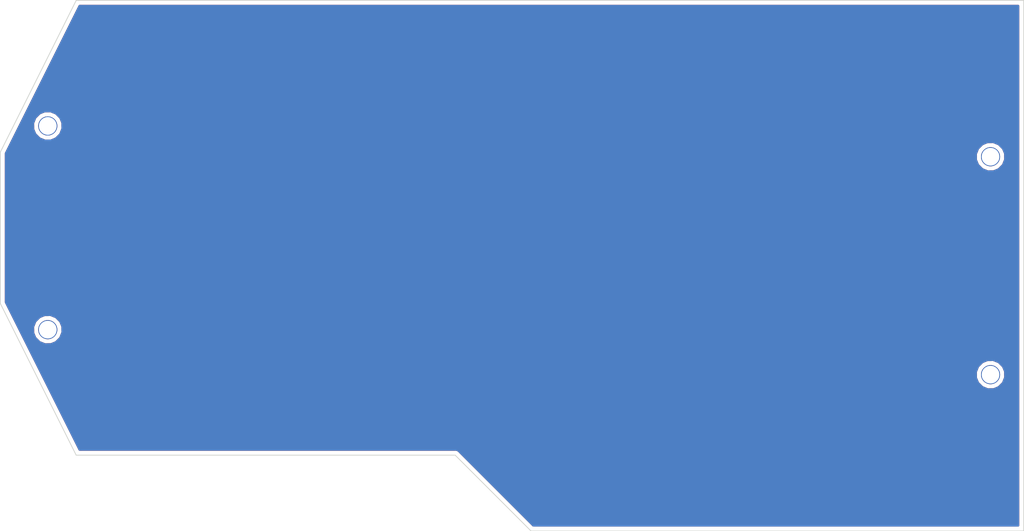
<source format=kicad_pcb>
(kicad_pcb (version 20171130) (host pcbnew "(5.0.1-3-g963ef8bb5)")

  (general
    (thickness 1.6)
    (drawings 8)
    (tracks 0)
    (zones 0)
    (modules 4)
    (nets 1)
  )

  (page A4)
  (layers
    (0 F.Cu signal)
    (31 B.Cu signal)
    (32 B.Adhes user)
    (33 F.Adhes user)
    (34 B.Paste user)
    (35 F.Paste user)
    (36 B.SilkS user)
    (37 F.SilkS user)
    (38 B.Mask user)
    (39 F.Mask user)
    (40 Dwgs.User user)
    (41 Cmts.User user)
    (42 Eco1.User user)
    (43 Eco2.User user)
    (44 Edge.Cuts user)
    (45 Margin user)
    (46 B.CrtYd user)
    (47 F.CrtYd user)
    (48 B.Fab user)
    (49 F.Fab user)
  )

  (setup
    (last_trace_width 0.25)
    (user_trace_width 0.5)
    (trace_clearance 0.2)
    (zone_clearance 0.508)
    (zone_45_only no)
    (trace_min 0.2)
    (segment_width 0.12)
    (edge_width 0.1)
    (via_size 0.8)
    (via_drill 0.4)
    (via_min_size 0.4)
    (via_min_drill 0.3)
    (uvia_size 0.3)
    (uvia_drill 0.1)
    (uvias_allowed no)
    (uvia_min_size 0.2)
    (uvia_min_drill 0.1)
    (pcb_text_width 0.3)
    (pcb_text_size 1.5 1.5)
    (mod_edge_width 0.15)
    (mod_text_size 1 1)
    (mod_text_width 0.15)
    (pad_size 4 4)
    (pad_drill 4)
    (pad_to_mask_clearance 0)
    (solder_mask_min_width 0.25)
    (aux_axis_origin 0 0)
    (grid_origin 83.2568 58.577)
    (visible_elements FFFFFF7F)
    (pcbplotparams
      (layerselection 0x010f0_ffffffff)
      (usegerberextensions false)
      (usegerberattributes false)
      (usegerberadvancedattributes false)
      (creategerberjobfile false)
      (excludeedgelayer true)
      (linewidth 0.100000)
      (plotframeref false)
      (viasonmask false)
      (mode 1)
      (useauxorigin false)
      (hpglpennumber 1)
      (hpglpenspeed 20)
      (hpglpendiameter 15.000000)
      (psnegative false)
      (psa4output false)
      (plotreference true)
      (plotvalue true)
      (plotinvisibletext false)
      (padsonsilk false)
      (subtractmaskfromsilk false)
      (outputformat 1)
      (mirror false)
      (drillshape 0)
      (scaleselection 1)
      (outputdirectory ""))
  )

  (net 0 "")

  (net_class Default "これはデフォルトのネット クラスです。"
    (clearance 0.2)
    (trace_width 0.25)
    (via_dia 0.8)
    (via_drill 0.4)
    (uvia_dia 0.3)
    (uvia_drill 0.1)
  )

  (module phi-kbd-library:M2_SCREW_HOLE (layer B.Cu) (tedit 5D0CEF27) (tstamp 5D0C78A7)
    (at 74.922376 64.827818)
    (descr "Mounting Hole 2.2mm, no annular, M2")
    (tags "mounting hole 2.2mm no annular m2")
    (attr virtual)
    (fp_text reference Ref** (at 0 3.2) (layer B.Fab)
      (effects (font (size 1 1) (thickness 0.15)) (justify mirror))
    )
    (fp_text value Val** (at 0 -3.2) (layer B.Fab)
      (effects (font (size 1 1) (thickness 0.15)) (justify mirror))
    )
    (fp_circle (center 0 0) (end 0 -1.75) (layer B.Fab) (width 0.15))
    (fp_text user %R (at 0.3 0) (layer B.Fab)
      (effects (font (size 1 1) (thickness 0.15)) (justify mirror))
    )
    (pad "" np_thru_hole circle (at 0 0) (size 2.4 2.4) (drill 2.2) (layers *.Cu *.Mask))
    (model ${KISYS3DMOD}/phi-kbd.3dshapes/M2_Screw.step
      (at (xyz 0 0 0))
      (scale (xyz 1 1 1))
      (rotate (xyz 0 0 0))
    )
  )

  (module phi-kbd-library:M2_SCREW_HOLE (layer B.Cu) (tedit 5D0CEF27) (tstamp 5D0C78F8)
    (at 74.922376 90.426406)
    (descr "Mounting Hole 2.2mm, no annular, M2")
    (tags "mounting hole 2.2mm no annular m2")
    (attr virtual)
    (fp_text reference Ref** (at 0 3.2) (layer B.Fab)
      (effects (font (size 1 1) (thickness 0.15)) (justify mirror))
    )
    (fp_text value Val** (at 0 -3.2) (layer B.Fab)
      (effects (font (size 1 1) (thickness 0.15)) (justify mirror))
    )
    (fp_circle (center 0 0) (end 0 -1.75) (layer B.Fab) (width 0.15))
    (fp_text user %R (at 0.3 0) (layer B.Fab)
      (effects (font (size 1 1) (thickness 0.15)) (justify mirror))
    )
    (pad "" np_thru_hole circle (at 0 0) (size 2.4 2.4) (drill 2.2) (layers *.Cu *.Mask))
    (model ${KISYS3DMOD}/phi-kbd.3dshapes/M2_Screw.step
      (at (xyz 0 0 0))
      (scale (xyz 1 1 1))
      (rotate (xyz 0 0 0))
    )
  )

  (module phi-kbd-library:M2_SCREW_HOLE (layer B.Cu) (tedit 5D0CEF27) (tstamp 5D0C77E8)
    (at 193.39026 68.697372)
    (descr "Mounting Hole 2.2mm, no annular, M2")
    (tags "mounting hole 2.2mm no annular m2")
    (attr virtual)
    (fp_text reference Ref** (at 0 3.2) (layer B.Fab)
      (effects (font (size 1 1) (thickness 0.15)) (justify mirror))
    )
    (fp_text value Val** (at 0 -3.2) (layer B.Fab)
      (effects (font (size 1 1) (thickness 0.15)) (justify mirror))
    )
    (fp_circle (center 0 0) (end 0 -1.75) (layer B.Fab) (width 0.15))
    (fp_text user %R (at 0.3 0) (layer B.Fab)
      (effects (font (size 1 1) (thickness 0.15)) (justify mirror))
    )
    (pad "" np_thru_hole circle (at 0 0) (size 2.4 2.4) (drill 2.2) (layers *.Cu *.Mask))
    (model ${KISYS3DMOD}/phi-kbd.3dshapes/M2_Screw.step
      (at (xyz 0 0 0))
      (scale (xyz 1 1 1))
      (rotate (xyz 0 0 0))
    )
  )

  (module phi-kbd-library:M2_SCREW_HOLE (layer B.Cu) (tedit 5D0CEF27) (tstamp 5D0C81D6)
    (at 193.39026 96.081908)
    (descr "Mounting Hole 2.2mm, no annular, M2")
    (tags "mounting hole 2.2mm no annular m2")
    (attr virtual)
    (fp_text reference Ref** (at 0 3.2) (layer B.Fab)
      (effects (font (size 1 1) (thickness 0.15)) (justify mirror))
    )
    (fp_text value Val** (at 0 -3.2) (layer B.Fab)
      (effects (font (size 1 1) (thickness 0.15)) (justify mirror))
    )
    (fp_circle (center 0 0) (end 0 -1.75) (layer B.Fab) (width 0.15))
    (fp_text user %R (at 0.3 0) (layer B.Fab)
      (effects (font (size 1 1) (thickness 0.15)) (justify mirror))
    )
    (pad "" np_thru_hole circle (at 0 0) (size 2.4 2.4) (drill 2.2) (layers *.Cu *.Mask))
    (model ${KISYS3DMOD}/phi-kbd.3dshapes/M2_Screw.step
      (at (xyz 0 0 0))
      (scale (xyz 1 1 1))
      (rotate (xyz 0 0 0))
    )
  )

  (gr_line (start 78.494272 49.051944) (end 197.557472 49.051944) (layer Edge.Cuts) (width 0.1))
  (gr_line (start 68.969216 68.102056) (end 78.494272 49.051944) (layer Edge.Cuts) (width 0.1))
  (gr_line (start 68.969216 87.152168) (end 68.969216 68.102056) (layer Edge.Cuts) (width 0.1))
  (gr_line (start 78.494272 106.20228) (end 68.969216 87.152168) (layer Edge.Cuts) (width 0.1))
  (gr_line (start 126.119552 106.20228) (end 78.494272 106.20228) (layer Edge.Cuts) (width 0.1))
  (gr_line (start 135.644608 115.727336) (end 126.119552 106.20228) (layer Edge.Cuts) (width 0.1))
  (gr_line (start 197.557472 115.727336) (end 135.644608 115.727336) (layer Edge.Cuts) (width 0.1))
  (gr_line (start 197.557472 49.051944) (end 197.557472 115.727336) (layer Edge.Cuts) (width 0.1))

  (zone (net 0) (net_name "") (layer F.Cu) (tstamp 0) (hatch edge 0.508)
    (connect_pads (clearance 0.508))
    (min_thickness 0.254)
    (fill yes (arc_segments 16) (thermal_gap 0.508) (thermal_bridge_width 0.508))
    (polygon
      (pts
        (xy 197.557472 49.051944) (xy 197.557472 115.727336) (xy 135.644608 115.727336) (xy 126.119552 106.20228) (xy 78.494272 106.20228)
        (xy 68.969216 87.152168) (xy 68.969216 68.102056) (xy 78.494272 49.051944)
      )
    )
    (filled_polygon
      (pts
        (xy 196.872473 115.042336) (xy 135.928344 115.042336) (xy 126.651626 105.765619) (xy 126.613409 105.708423) (xy 126.386825 105.557025)
        (xy 126.187014 105.51728) (xy 126.187012 105.51728) (xy 126.119552 105.503861) (xy 126.052092 105.51728) (xy 78.917625 105.51728)
        (xy 74.043806 95.769642) (xy 191.545553 95.769642) (xy 191.55526 96.108215) (xy 191.55526 96.446912) (xy 191.565693 96.472099)
        (xy 191.566474 96.499351) (xy 191.805472 97.076343) (xy 191.818244 97.081811) (xy 191.834622 97.121352) (xy 192.350816 97.637546)
        (xy 192.390357 97.653924) (xy 192.395825 97.666696) (xy 192.712341 97.787294) (xy 193.025256 97.916908) (xy 193.052518 97.916908)
        (xy 193.077994 97.926615) (xy 193.416567 97.916908) (xy 193.755264 97.916908) (xy 193.780451 97.906475) (xy 193.807703 97.905694)
        (xy 194.384695 97.666696) (xy 194.390163 97.653924) (xy 194.429704 97.637546) (xy 194.945898 97.121352) (xy 194.962276 97.081811)
        (xy 194.975048 97.076343) (xy 195.095646 96.759827) (xy 195.22526 96.446912) (xy 195.22526 96.41965) (xy 195.234967 96.394174)
        (xy 195.22526 96.055601) (xy 195.22526 95.716904) (xy 195.214827 95.691717) (xy 195.214046 95.664465) (xy 194.975048 95.087473)
        (xy 194.962276 95.082005) (xy 194.945898 95.042464) (xy 194.429704 94.52627) (xy 194.390163 94.509892) (xy 194.384695 94.49712)
        (xy 194.068179 94.376522) (xy 193.755264 94.246908) (xy 193.728002 94.246908) (xy 193.702526 94.237201) (xy 193.363953 94.246908)
        (xy 193.025256 94.246908) (xy 193.000069 94.257341) (xy 192.972817 94.258122) (xy 192.395825 94.49712) (xy 192.390357 94.509892)
        (xy 192.350816 94.52627) (xy 191.834622 95.042464) (xy 191.818244 95.082005) (xy 191.805472 95.087473) (xy 191.684874 95.403989)
        (xy 191.55526 95.716904) (xy 191.55526 95.744166) (xy 191.545553 95.769642) (xy 74.043806 95.769642) (xy 71.216055 90.11414)
        (xy 73.077669 90.11414) (xy 73.087376 90.452713) (xy 73.087376 90.79141) (xy 73.097809 90.816597) (xy 73.09859 90.843849)
        (xy 73.337588 91.420841) (xy 73.35036 91.426309) (xy 73.366738 91.46585) (xy 73.882932 91.982044) (xy 73.922473 91.998422)
        (xy 73.927941 92.011194) (xy 74.244457 92.131792) (xy 74.557372 92.261406) (xy 74.584634 92.261406) (xy 74.61011 92.271113)
        (xy 74.948683 92.261406) (xy 75.28738 92.261406) (xy 75.312567 92.250973) (xy 75.339819 92.250192) (xy 75.916811 92.011194)
        (xy 75.922279 91.998422) (xy 75.96182 91.982044) (xy 76.478014 91.46585) (xy 76.494392 91.426309) (xy 76.507164 91.420841)
        (xy 76.627762 91.104325) (xy 76.757376 90.79141) (xy 76.757376 90.764148) (xy 76.767083 90.738672) (xy 76.757376 90.400099)
        (xy 76.757376 90.061402) (xy 76.746943 90.036215) (xy 76.746162 90.008963) (xy 76.507164 89.431971) (xy 76.494392 89.426503)
        (xy 76.478014 89.386962) (xy 75.96182 88.870768) (xy 75.922279 88.85439) (xy 75.916811 88.841618) (xy 75.600295 88.72102)
        (xy 75.28738 88.591406) (xy 75.260118 88.591406) (xy 75.234642 88.581699) (xy 74.896069 88.591406) (xy 74.557372 88.591406)
        (xy 74.532185 88.601839) (xy 74.504933 88.60262) (xy 73.927941 88.841618) (xy 73.922473 88.85439) (xy 73.882932 88.870768)
        (xy 73.366738 89.386962) (xy 73.35036 89.426503) (xy 73.337588 89.431971) (xy 73.21699 89.748487) (xy 73.087376 90.061402)
        (xy 73.087376 90.088664) (xy 73.077669 90.11414) (xy 71.216055 90.11414) (xy 69.654216 86.990463) (xy 69.654216 68.385106)
        (xy 191.545553 68.385106) (xy 191.55526 68.723679) (xy 191.55526 69.062376) (xy 191.565693 69.087563) (xy 191.566474 69.114815)
        (xy 191.805472 69.691807) (xy 191.818244 69.697275) (xy 191.834622 69.736816) (xy 192.350816 70.25301) (xy 192.390357 70.269388)
        (xy 192.395825 70.28216) (xy 192.712341 70.402758) (xy 193.025256 70.532372) (xy 193.052518 70.532372) (xy 193.077994 70.542079)
        (xy 193.416567 70.532372) (xy 193.755264 70.532372) (xy 193.780451 70.521939) (xy 193.807703 70.521158) (xy 194.384695 70.28216)
        (xy 194.390163 70.269388) (xy 194.429704 70.25301) (xy 194.945898 69.736816) (xy 194.962276 69.697275) (xy 194.975048 69.691807)
        (xy 195.095646 69.375291) (xy 195.22526 69.062376) (xy 195.22526 69.035114) (xy 195.234967 69.009638) (xy 195.22526 68.671065)
        (xy 195.22526 68.332368) (xy 195.214827 68.307181) (xy 195.214046 68.279929) (xy 194.975048 67.702937) (xy 194.962276 67.697469)
        (xy 194.945898 67.657928) (xy 194.429704 67.141734) (xy 194.390163 67.125356) (xy 194.384695 67.112584) (xy 194.068179 66.991986)
        (xy 193.755264 66.862372) (xy 193.728002 66.862372) (xy 193.702526 66.852665) (xy 193.363953 66.862372) (xy 193.025256 66.862372)
        (xy 193.000069 66.872805) (xy 192.972817 66.873586) (xy 192.395825 67.112584) (xy 192.390357 67.125356) (xy 192.350816 67.141734)
        (xy 191.834622 67.657928) (xy 191.818244 67.697469) (xy 191.805472 67.702937) (xy 191.684874 68.019453) (xy 191.55526 68.332368)
        (xy 191.55526 68.35963) (xy 191.545553 68.385106) (xy 69.654216 68.385106) (xy 69.654216 68.263761) (xy 71.52832 64.515552)
        (xy 73.077669 64.515552) (xy 73.087376 64.854125) (xy 73.087376 65.192822) (xy 73.097809 65.218009) (xy 73.09859 65.245261)
        (xy 73.337588 65.822253) (xy 73.35036 65.827721) (xy 73.366738 65.867262) (xy 73.882932 66.383456) (xy 73.922473 66.399834)
        (xy 73.927941 66.412606) (xy 74.244457 66.533204) (xy 74.557372 66.662818) (xy 74.584634 66.662818) (xy 74.61011 66.672525)
        (xy 74.948683 66.662818) (xy 75.28738 66.662818) (xy 75.312567 66.652385) (xy 75.339819 66.651604) (xy 75.916811 66.412606)
        (xy 75.922279 66.399834) (xy 75.96182 66.383456) (xy 76.478014 65.867262) (xy 76.494392 65.827721) (xy 76.507164 65.822253)
        (xy 76.627762 65.505737) (xy 76.757376 65.192822) (xy 76.757376 65.16556) (xy 76.767083 65.140084) (xy 76.757376 64.801511)
        (xy 76.757376 64.462814) (xy 76.746943 64.437627) (xy 76.746162 64.410375) (xy 76.507164 63.833383) (xy 76.494392 63.827915)
        (xy 76.478014 63.788374) (xy 75.96182 63.27218) (xy 75.922279 63.255802) (xy 75.916811 63.24303) (xy 75.600295 63.122432)
        (xy 75.28738 62.992818) (xy 75.260118 62.992818) (xy 75.234642 62.983111) (xy 74.896069 62.992818) (xy 74.557372 62.992818)
        (xy 74.532185 63.003251) (xy 74.504933 63.004032) (xy 73.927941 63.24303) (xy 73.922473 63.255802) (xy 73.882932 63.27218)
        (xy 73.366738 63.788374) (xy 73.35036 63.827915) (xy 73.337588 63.833383) (xy 73.21699 64.149899) (xy 73.087376 64.462814)
        (xy 73.087376 64.490076) (xy 73.077669 64.515552) (xy 71.52832 64.515552) (xy 78.917625 49.736944) (xy 196.872472 49.736944)
      )
    )
  )
  (zone (net 0) (net_name "") (layer B.Cu) (tstamp 0) (hatch edge 0.508)
    (connect_pads (clearance 0.508))
    (min_thickness 0.254)
    (fill yes (arc_segments 16) (thermal_gap 0.508) (thermal_bridge_width 0.508))
    (polygon
      (pts
        (xy 78.494272 49.051944) (xy 197.557472 49.051944) (xy 197.557472 115.727336) (xy 135.644608 115.727336) (xy 126.119552 106.20228)
        (xy 78.494272 106.20228) (xy 68.969216 87.152168) (xy 68.969216 68.102056)
      )
    )
    (filled_polygon
      (pts
        (xy 196.872473 115.042336) (xy 135.928344 115.042336) (xy 126.651626 105.765619) (xy 126.613409 105.708423) (xy 126.386825 105.557025)
        (xy 126.187014 105.51728) (xy 126.187012 105.51728) (xy 126.119552 105.503861) (xy 126.052092 105.51728) (xy 78.917625 105.51728)
        (xy 74.043806 95.769642) (xy 191.545553 95.769642) (xy 191.55526 96.108215) (xy 191.55526 96.446912) (xy 191.565693 96.472099)
        (xy 191.566474 96.499351) (xy 191.805472 97.076343) (xy 191.818244 97.081811) (xy 191.834622 97.121352) (xy 192.350816 97.637546)
        (xy 192.390357 97.653924) (xy 192.395825 97.666696) (xy 192.712341 97.787294) (xy 193.025256 97.916908) (xy 193.052518 97.916908)
        (xy 193.077994 97.926615) (xy 193.416567 97.916908) (xy 193.755264 97.916908) (xy 193.780451 97.906475) (xy 193.807703 97.905694)
        (xy 194.384695 97.666696) (xy 194.390163 97.653924) (xy 194.429704 97.637546) (xy 194.945898 97.121352) (xy 194.962276 97.081811)
        (xy 194.975048 97.076343) (xy 195.095646 96.759827) (xy 195.22526 96.446912) (xy 195.22526 96.41965) (xy 195.234967 96.394174)
        (xy 195.22526 96.055601) (xy 195.22526 95.716904) (xy 195.214827 95.691717) (xy 195.214046 95.664465) (xy 194.975048 95.087473)
        (xy 194.962276 95.082005) (xy 194.945898 95.042464) (xy 194.429704 94.52627) (xy 194.390163 94.509892) (xy 194.384695 94.49712)
        (xy 194.068179 94.376522) (xy 193.755264 94.246908) (xy 193.728002 94.246908) (xy 193.702526 94.237201) (xy 193.363953 94.246908)
        (xy 193.025256 94.246908) (xy 193.000069 94.257341) (xy 192.972817 94.258122) (xy 192.395825 94.49712) (xy 192.390357 94.509892)
        (xy 192.350816 94.52627) (xy 191.834622 95.042464) (xy 191.818244 95.082005) (xy 191.805472 95.087473) (xy 191.684874 95.403989)
        (xy 191.55526 95.716904) (xy 191.55526 95.744166) (xy 191.545553 95.769642) (xy 74.043806 95.769642) (xy 71.216055 90.11414)
        (xy 73.077669 90.11414) (xy 73.087376 90.452713) (xy 73.087376 90.79141) (xy 73.097809 90.816597) (xy 73.09859 90.843849)
        (xy 73.337588 91.420841) (xy 73.35036 91.426309) (xy 73.366738 91.46585) (xy 73.882932 91.982044) (xy 73.922473 91.998422)
        (xy 73.927941 92.011194) (xy 74.244457 92.131792) (xy 74.557372 92.261406) (xy 74.584634 92.261406) (xy 74.61011 92.271113)
        (xy 74.948683 92.261406) (xy 75.28738 92.261406) (xy 75.312567 92.250973) (xy 75.339819 92.250192) (xy 75.916811 92.011194)
        (xy 75.922279 91.998422) (xy 75.96182 91.982044) (xy 76.478014 91.46585) (xy 76.494392 91.426309) (xy 76.507164 91.420841)
        (xy 76.627762 91.104325) (xy 76.757376 90.79141) (xy 76.757376 90.764148) (xy 76.767083 90.738672) (xy 76.757376 90.400099)
        (xy 76.757376 90.061402) (xy 76.746943 90.036215) (xy 76.746162 90.008963) (xy 76.507164 89.431971) (xy 76.494392 89.426503)
        (xy 76.478014 89.386962) (xy 75.96182 88.870768) (xy 75.922279 88.85439) (xy 75.916811 88.841618) (xy 75.600295 88.72102)
        (xy 75.28738 88.591406) (xy 75.260118 88.591406) (xy 75.234642 88.581699) (xy 74.896069 88.591406) (xy 74.557372 88.591406)
        (xy 74.532185 88.601839) (xy 74.504933 88.60262) (xy 73.927941 88.841618) (xy 73.922473 88.85439) (xy 73.882932 88.870768)
        (xy 73.366738 89.386962) (xy 73.35036 89.426503) (xy 73.337588 89.431971) (xy 73.21699 89.748487) (xy 73.087376 90.061402)
        (xy 73.087376 90.088664) (xy 73.077669 90.11414) (xy 71.216055 90.11414) (xy 69.654216 86.990463) (xy 69.654216 68.385106)
        (xy 191.545553 68.385106) (xy 191.55526 68.723679) (xy 191.55526 69.062376) (xy 191.565693 69.087563) (xy 191.566474 69.114815)
        (xy 191.805472 69.691807) (xy 191.818244 69.697275) (xy 191.834622 69.736816) (xy 192.350816 70.25301) (xy 192.390357 70.269388)
        (xy 192.395825 70.28216) (xy 192.712341 70.402758) (xy 193.025256 70.532372) (xy 193.052518 70.532372) (xy 193.077994 70.542079)
        (xy 193.416567 70.532372) (xy 193.755264 70.532372) (xy 193.780451 70.521939) (xy 193.807703 70.521158) (xy 194.384695 70.28216)
        (xy 194.390163 70.269388) (xy 194.429704 70.25301) (xy 194.945898 69.736816) (xy 194.962276 69.697275) (xy 194.975048 69.691807)
        (xy 195.095646 69.375291) (xy 195.22526 69.062376) (xy 195.22526 69.035114) (xy 195.234967 69.009638) (xy 195.22526 68.671065)
        (xy 195.22526 68.332368) (xy 195.214827 68.307181) (xy 195.214046 68.279929) (xy 194.975048 67.702937) (xy 194.962276 67.697469)
        (xy 194.945898 67.657928) (xy 194.429704 67.141734) (xy 194.390163 67.125356) (xy 194.384695 67.112584) (xy 194.068179 66.991986)
        (xy 193.755264 66.862372) (xy 193.728002 66.862372) (xy 193.702526 66.852665) (xy 193.363953 66.862372) (xy 193.025256 66.862372)
        (xy 193.000069 66.872805) (xy 192.972817 66.873586) (xy 192.395825 67.112584) (xy 192.390357 67.125356) (xy 192.350816 67.141734)
        (xy 191.834622 67.657928) (xy 191.818244 67.697469) (xy 191.805472 67.702937) (xy 191.684874 68.019453) (xy 191.55526 68.332368)
        (xy 191.55526 68.35963) (xy 191.545553 68.385106) (xy 69.654216 68.385106) (xy 69.654216 68.263761) (xy 71.52832 64.515552)
        (xy 73.077669 64.515552) (xy 73.087376 64.854125) (xy 73.087376 65.192822) (xy 73.097809 65.218009) (xy 73.09859 65.245261)
        (xy 73.337588 65.822253) (xy 73.35036 65.827721) (xy 73.366738 65.867262) (xy 73.882932 66.383456) (xy 73.922473 66.399834)
        (xy 73.927941 66.412606) (xy 74.244457 66.533204) (xy 74.557372 66.662818) (xy 74.584634 66.662818) (xy 74.61011 66.672525)
        (xy 74.948683 66.662818) (xy 75.28738 66.662818) (xy 75.312567 66.652385) (xy 75.339819 66.651604) (xy 75.916811 66.412606)
        (xy 75.922279 66.399834) (xy 75.96182 66.383456) (xy 76.478014 65.867262) (xy 76.494392 65.827721) (xy 76.507164 65.822253)
        (xy 76.627762 65.505737) (xy 76.757376 65.192822) (xy 76.757376 65.16556) (xy 76.767083 65.140084) (xy 76.757376 64.801511)
        (xy 76.757376 64.462814) (xy 76.746943 64.437627) (xy 76.746162 64.410375) (xy 76.507164 63.833383) (xy 76.494392 63.827915)
        (xy 76.478014 63.788374) (xy 75.96182 63.27218) (xy 75.922279 63.255802) (xy 75.916811 63.24303) (xy 75.600295 63.122432)
        (xy 75.28738 62.992818) (xy 75.260118 62.992818) (xy 75.234642 62.983111) (xy 74.896069 62.992818) (xy 74.557372 62.992818)
        (xy 74.532185 63.003251) (xy 74.504933 63.004032) (xy 73.927941 63.24303) (xy 73.922473 63.255802) (xy 73.882932 63.27218)
        (xy 73.366738 63.788374) (xy 73.35036 63.827915) (xy 73.337588 63.833383) (xy 73.21699 64.149899) (xy 73.087376 64.462814)
        (xy 73.087376 64.490076) (xy 73.077669 64.515552) (xy 71.52832 64.515552) (xy 78.917625 49.736944) (xy 196.872472 49.736944)
      )
    )
  )
)

</source>
